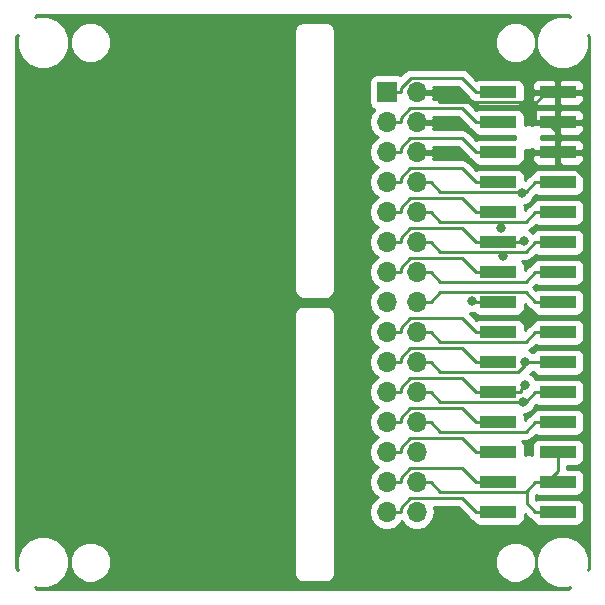
<source format=gbr>
G04 #@! TF.GenerationSoftware,KiCad,Pcbnew,5.0.2-bee76a0~70~ubuntu18.04.1*
G04 #@! TF.CreationDate,2019-06-01T14:58:20+09:00*
G04 #@! TF.ProjectId,top_pcb,746f705f-7063-4622-9e6b-696361645f70,rev?*
G04 #@! TF.SameCoordinates,Original*
G04 #@! TF.FileFunction,Copper,L1,Top*
G04 #@! TF.FilePolarity,Positive*
%FSLAX46Y46*%
G04 Gerber Fmt 4.6, Leading zero omitted, Abs format (unit mm)*
G04 Created by KiCad (PCBNEW 5.0.2-bee76a0~70~ubuntu18.04.1) date 2019年06月01日 14時58分20秒*
%MOMM*%
%LPD*%
G01*
G04 APERTURE LIST*
G04 #@! TA.AperFunction,SMDPad,CuDef*
%ADD10R,3.150000X1.000000*%
G04 #@! TD*
G04 #@! TA.AperFunction,ComponentPad*
%ADD11R,1.700000X1.700000*%
G04 #@! TD*
G04 #@! TA.AperFunction,ComponentPad*
%ADD12O,1.700000X1.700000*%
G04 #@! TD*
G04 #@! TA.AperFunction,ViaPad*
%ADD13C,0.800000*%
G04 #@! TD*
G04 #@! TA.AperFunction,Conductor*
%ADD14C,0.250000*%
G04 #@! TD*
G04 #@! TA.AperFunction,Conductor*
%ADD15C,0.254000*%
G04 #@! TD*
G04 APERTURE END LIST*
D10*
G04 #@! TO.P,J2,30*
G04 #@! TO.N,HPWR*
X146599000Y-92780000D03*
G04 #@! TO.P,J2,29*
G04 #@! TO.N,+BATT*
X141549000Y-92780000D03*
G04 #@! TO.P,J2,28*
G04 #@! TO.N,HPWR*
X146599000Y-90240000D03*
G04 #@! TO.P,J2,27*
G04 #@! TO.N,+5V*
X141549000Y-90240000D03*
G04 #@! TO.P,J2,26*
G04 #@! TO.N,HPWR*
X146599000Y-87700000D03*
G04 #@! TO.P,J2,25*
G04 #@! TO.N,G34*
X141549000Y-87700000D03*
G04 #@! TO.P,J2,24*
G04 #@! TO.N,G15*
X146599000Y-85160000D03*
G04 #@! TO.P,J2,23*
G04 #@! TO.N,G0*
X141549000Y-85160000D03*
G04 #@! TO.P,J2,22*
G04 #@! TO.N,G12*
X146599000Y-82620000D03*
G04 #@! TO.P,J2,21*
G04 #@! TO.N,G13*
X141549000Y-82620000D03*
G04 #@! TO.P,J2,20*
G04 #@! TO.N,G2*
X146599000Y-80080000D03*
G04 #@! TO.P,J2,19*
G04 #@! TO.N,G5*
X141549000Y-80080000D03*
G04 #@! TO.P,J2,18*
G04 #@! TO.N,G21*
X146599000Y-77540000D03*
G04 #@! TO.P,J2,17*
G04 #@! TO.N,G22*
X141549000Y-77540000D03*
G04 #@! TO.P,J2,16*
G04 #@! TO.N,G16*
X146599000Y-75000000D03*
G04 #@! TO.P,J2,15*
G04 #@! TO.N,G17*
X141549000Y-75000000D03*
G04 #@! TO.P,J2,14*
G04 #@! TO.N,G3*
X146599000Y-72460000D03*
G04 #@! TO.P,J2,13*
G04 #@! TO.N,G1*
X141549000Y-72460000D03*
G04 #@! TO.P,J2,12*
G04 #@! TO.N,G18*
X146599000Y-69920000D03*
G04 #@! TO.P,J2,11*
G04 #@! TO.N,+3V3*
X141549000Y-69920000D03*
G04 #@! TO.P,J2,10*
G04 #@! TO.N,G19*
X146599000Y-67380000D03*
G04 #@! TO.P,J2,9*
G04 #@! TO.N,G26*
X141549000Y-67380000D03*
G04 #@! TO.P,J2,8*
G04 #@! TO.N,G23*
X146599000Y-64840000D03*
G04 #@! TO.P,J2,7*
G04 #@! TO.N,G25*
X141549000Y-64840000D03*
G04 #@! TO.P,J2,6*
G04 #@! TO.N,GND*
X146599000Y-62300000D03*
G04 #@! TO.P,J2,5*
G04 #@! TO.N,RST*
X141549000Y-62300000D03*
G04 #@! TO.P,J2,4*
G04 #@! TO.N,GND*
X146599000Y-59760000D03*
G04 #@! TO.P,J2,3*
G04 #@! TO.N,G36*
X141549000Y-59760000D03*
G04 #@! TO.P,J2,2*
G04 #@! TO.N,GND*
X146599000Y-57220000D03*
G04 #@! TO.P,J2,1*
G04 #@! TO.N,G35*
X141549000Y-57220000D03*
G04 #@! TD*
D11*
G04 #@! TO.P,J3,1*
G04 #@! TO.N,G35*
X132105000Y-57220000D03*
D12*
G04 #@! TO.P,J3,2*
G04 #@! TO.N,GND*
X134645000Y-57220000D03*
G04 #@! TO.P,J3,3*
G04 #@! TO.N,G36*
X132105000Y-59760000D03*
G04 #@! TO.P,J3,4*
G04 #@! TO.N,GND*
X134645000Y-59760000D03*
G04 #@! TO.P,J3,5*
G04 #@! TO.N,RST*
X132105000Y-62300000D03*
G04 #@! TO.P,J3,6*
G04 #@! TO.N,GND*
X134645000Y-62300000D03*
G04 #@! TO.P,J3,7*
G04 #@! TO.N,G25*
X132105000Y-64840000D03*
G04 #@! TO.P,J3,8*
G04 #@! TO.N,G23*
X134645000Y-64840000D03*
G04 #@! TO.P,J3,9*
G04 #@! TO.N,G26*
X132105000Y-67380000D03*
G04 #@! TO.P,J3,10*
G04 #@! TO.N,G19*
X134645000Y-67380000D03*
G04 #@! TO.P,J3,11*
G04 #@! TO.N,+3V3*
X132105000Y-69920000D03*
G04 #@! TO.P,J3,12*
G04 #@! TO.N,G18*
X134645000Y-69920000D03*
G04 #@! TO.P,J3,13*
G04 #@! TO.N,G1*
X132105000Y-72460000D03*
G04 #@! TO.P,J3,14*
G04 #@! TO.N,G3*
X134645000Y-72460000D03*
G04 #@! TO.P,J3,15*
G04 #@! TO.N,G17*
X132105000Y-75000000D03*
G04 #@! TO.P,J3,16*
G04 #@! TO.N,G16*
X134645000Y-75000000D03*
G04 #@! TO.P,J3,17*
G04 #@! TO.N,G22*
X132105000Y-77540000D03*
G04 #@! TO.P,J3,18*
G04 #@! TO.N,G21*
X134645000Y-77540000D03*
G04 #@! TO.P,J3,19*
G04 #@! TO.N,G5*
X132105000Y-80080000D03*
G04 #@! TO.P,J3,20*
G04 #@! TO.N,G2*
X134645000Y-80080000D03*
G04 #@! TO.P,J3,21*
G04 #@! TO.N,G13*
X132105000Y-82620000D03*
G04 #@! TO.P,J3,22*
G04 #@! TO.N,G12*
X134645000Y-82620000D03*
G04 #@! TO.P,J3,23*
G04 #@! TO.N,G0*
X132105000Y-85160000D03*
G04 #@! TO.P,J3,24*
G04 #@! TO.N,G15*
X134645000Y-85160000D03*
G04 #@! TO.P,J3,25*
G04 #@! TO.N,G34*
X132105000Y-87700000D03*
G04 #@! TO.P,J3,26*
G04 #@! TO.N,HPWR*
X134645000Y-87700000D03*
G04 #@! TO.P,J3,27*
G04 #@! TO.N,+5V*
X132105000Y-90240000D03*
G04 #@! TO.P,J3,28*
G04 #@! TO.N,HPWR*
X134645000Y-90240000D03*
G04 #@! TO.P,J3,29*
G04 #@! TO.N,+BATT*
X132105000Y-92780000D03*
G04 #@! TO.P,J3,30*
G04 #@! TO.N,HPWR*
X134645000Y-92780000D03*
G04 #@! TD*
D13*
G04 #@! TO.N,GND*
X144602200Y-54825900D03*
X144703800Y-95529400D03*
G04 #@! TO.N,G23*
X143536000Y-65777200D03*
G04 #@! TO.N,G19*
X141792100Y-68751100D03*
G04 #@! TO.N,G18*
X141989200Y-71055400D03*
G04 #@! TO.N,G2*
X143838000Y-80080000D03*
G04 #@! TO.N,G12*
X143654500Y-83445300D03*
G04 #@! TO.N,G13*
X143808800Y-81993300D03*
G04 #@! TO.N,G17*
X139283400Y-74899800D03*
G04 #@! TO.N,+3V3*
X143726000Y-69861900D03*
G04 #@! TD*
D14*
G04 #@! TO.N,GND*
X134645000Y-57220000D02*
X135820300Y-57220000D01*
X144698700Y-58170200D02*
X144698700Y-59760000D01*
X145648900Y-57220000D02*
X144698700Y-58170200D01*
X135820300Y-57220000D02*
X136645700Y-58045400D01*
X136645700Y-58045400D02*
X144573900Y-58045400D01*
X144573900Y-58045400D02*
X144698700Y-58170200D01*
X145648900Y-59760000D02*
X146599000Y-60710100D01*
X146599000Y-60710100D02*
X146599000Y-62300000D01*
X145648900Y-59760000D02*
X144698700Y-59760000D01*
X146599000Y-59760000D02*
X145648900Y-59760000D01*
X146599000Y-57220000D02*
X145648900Y-57220000D01*
X144954900Y-54825900D02*
X144602200Y-54825900D01*
X146599000Y-57220000D02*
X146599000Y-56470000D01*
X146599000Y-56470000D02*
X144954900Y-54825900D01*
X146599000Y-63050000D02*
X147150600Y-63601600D01*
X146599000Y-62300000D02*
X146599000Y-63050000D01*
X148020602Y-63601600D02*
X148996400Y-64577398D01*
X147150600Y-63601600D02*
X148020602Y-63601600D01*
X148996400Y-93042602D02*
X149034500Y-93080702D01*
X148996400Y-64577398D02*
X148996400Y-93042602D01*
X149034500Y-93080702D02*
X149034500Y-93459300D01*
X149034500Y-93459300D02*
X147929600Y-94564200D01*
X147929600Y-94564200D02*
X145478500Y-94564200D01*
X145478500Y-94564200D02*
X144703800Y-95338900D01*
X144703800Y-95338900D02*
X144703800Y-95529400D01*
G04 #@! TO.N,G23*
X143536000Y-65665300D02*
X143536000Y-65777200D01*
X143536000Y-65665300D02*
X143873400Y-65665300D01*
X143873400Y-65665300D02*
X144698700Y-64840000D01*
X135820300Y-64840000D02*
X136645600Y-65665300D01*
X136645600Y-65665300D02*
X143536000Y-65665300D01*
X146599000Y-64840000D02*
X144698700Y-64840000D01*
X134645000Y-64840000D02*
X135820300Y-64840000D01*
G04 #@! TO.N,G19*
X141792100Y-68211100D02*
X143867600Y-68211100D01*
X143867600Y-68211100D02*
X144698700Y-67380000D01*
X135820300Y-67380000D02*
X136651400Y-68211100D01*
X136651400Y-68211100D02*
X141792100Y-68211100D01*
X141792100Y-68211100D02*
X141792100Y-68751100D01*
X134645000Y-67380000D02*
X135820300Y-67380000D01*
X146599000Y-67380000D02*
X144698700Y-67380000D01*
G04 #@! TO.N,G18*
X141989200Y-70745300D02*
X143873400Y-70745300D01*
X143873400Y-70745300D02*
X144698700Y-69920000D01*
X141989200Y-70745300D02*
X141989200Y-71055400D01*
X135820300Y-69920000D02*
X136645600Y-70745300D01*
X136645600Y-70745300D02*
X141989200Y-70745300D01*
X146599000Y-69920000D02*
X144698700Y-69920000D01*
X134645000Y-69920000D02*
X135820300Y-69920000D01*
G04 #@! TO.N,G3*
X146599000Y-72460000D02*
X144698700Y-72460000D01*
X134645000Y-72460000D02*
X135820300Y-72460000D01*
X135820300Y-72460000D02*
X136645600Y-73285300D01*
X136645600Y-73285300D02*
X143873400Y-73285300D01*
X143873400Y-73285300D02*
X144698700Y-72460000D01*
G04 #@! TO.N,G16*
X144698700Y-75000000D02*
X143873200Y-74174500D01*
X143873200Y-74174500D02*
X136645800Y-74174500D01*
X136645800Y-74174500D02*
X135820300Y-75000000D01*
X146599000Y-75000000D02*
X144698700Y-75000000D01*
X134645000Y-75000000D02*
X135820300Y-75000000D01*
G04 #@! TO.N,G21*
X146599000Y-77540000D02*
X144698700Y-77540000D01*
X134645000Y-77540000D02*
X135820300Y-77540000D01*
X135820300Y-77540000D02*
X136645600Y-78365300D01*
X136645600Y-78365300D02*
X143873400Y-78365300D01*
X143873400Y-78365300D02*
X144698700Y-77540000D01*
G04 #@! TO.N,G2*
X135820300Y-80080000D02*
X136651400Y-80911100D01*
X136651400Y-80911100D02*
X143259100Y-80911100D01*
X143259100Y-80911100D02*
X143838000Y-80332200D01*
X143838000Y-80332200D02*
X143838000Y-80080000D01*
X146599000Y-80080000D02*
X143838000Y-80080000D01*
X134645000Y-80080000D02*
X135820300Y-80080000D01*
G04 #@! TO.N,G12*
X143654500Y-83445300D02*
X143873400Y-83445300D01*
X143873400Y-83445300D02*
X144698700Y-82620000D01*
X135820300Y-82620000D02*
X136645600Y-83445300D01*
X136645600Y-83445300D02*
X143654500Y-83445300D01*
X146599000Y-82620000D02*
X144698700Y-82620000D01*
X134645000Y-82620000D02*
X135820300Y-82620000D01*
G04 #@! TO.N,G15*
X146599000Y-85160000D02*
X144698700Y-85160000D01*
X134645000Y-85160000D02*
X135820300Y-85160000D01*
X135820300Y-85160000D02*
X136645600Y-85985300D01*
X136645600Y-85985300D02*
X143873400Y-85985300D01*
X143873400Y-85985300D02*
X144698700Y-85160000D01*
G04 #@! TO.N,HPWR*
X145648900Y-90240000D02*
X146599000Y-89289900D01*
X146599000Y-89289900D02*
X146599000Y-87700000D01*
X145648900Y-90240000D02*
X144698700Y-90240000D01*
X146599000Y-90240000D02*
X145648900Y-90240000D01*
X143961400Y-91065400D02*
X143961400Y-90977300D01*
X143961400Y-90977300D02*
X144698700Y-90240000D01*
X144698700Y-92780000D02*
X143961400Y-92042700D01*
X143961400Y-92042700D02*
X143961400Y-91065400D01*
X135820300Y-90240000D02*
X136645700Y-91065400D01*
X136645700Y-91065400D02*
X143961400Y-91065400D01*
X146599000Y-92780000D02*
X144698700Y-92780000D01*
X134645000Y-90240000D02*
X135820300Y-90240000D01*
G04 #@! TO.N,+BATT*
X141549000Y-92780000D02*
X139648700Y-92780000D01*
X132105000Y-92780000D02*
X133280300Y-92780000D01*
X133280300Y-92780000D02*
X133280300Y-92412700D01*
X133280300Y-92412700D02*
X134098200Y-91594800D01*
X134098200Y-91594800D02*
X138463500Y-91594800D01*
X138463500Y-91594800D02*
X139648700Y-92780000D01*
G04 #@! TO.N,+5V*
X133280300Y-90240000D02*
X133280300Y-89872700D01*
X133280300Y-89872700D02*
X134106200Y-89046800D01*
X134106200Y-89046800D02*
X138455500Y-89046800D01*
X138455500Y-89046800D02*
X139648700Y-90240000D01*
X141549000Y-90240000D02*
X139648700Y-90240000D01*
X132105000Y-90240000D02*
X133280300Y-90240000D01*
G04 #@! TO.N,G34*
X141549000Y-87700000D02*
X139648700Y-87700000D01*
X132105000Y-87700000D02*
X133280300Y-87700000D01*
X133280300Y-87700000D02*
X133280300Y-87332700D01*
X133280300Y-87332700D02*
X134091400Y-86521600D01*
X134091400Y-86521600D02*
X138470300Y-86521600D01*
X138470300Y-86521600D02*
X139648700Y-87700000D01*
G04 #@! TO.N,G0*
X141549000Y-85160000D02*
X139648700Y-85160000D01*
X132105000Y-85160000D02*
X133280300Y-85160000D01*
X133280300Y-85160000D02*
X133280300Y-84792700D01*
X133280300Y-84792700D02*
X134098300Y-83974700D01*
X134098300Y-83974700D02*
X138463400Y-83974700D01*
X138463400Y-83974700D02*
X139648700Y-85160000D01*
G04 #@! TO.N,G13*
X143449300Y-82620000D02*
X143449300Y-82352800D01*
X143449300Y-82352800D02*
X143808800Y-81993300D01*
X141549000Y-82620000D02*
X139648700Y-82620000D01*
X132105000Y-82620000D02*
X133280300Y-82620000D01*
X133280300Y-82620000D02*
X133280300Y-82252700D01*
X133280300Y-82252700D02*
X134092800Y-81440200D01*
X134092800Y-81440200D02*
X138468900Y-81440200D01*
X138468900Y-81440200D02*
X139648700Y-82620000D01*
X141549000Y-82620000D02*
X143449300Y-82620000D01*
G04 #@! TO.N,G5*
X141549000Y-80080000D02*
X139648700Y-80080000D01*
X132105000Y-80080000D02*
X133280300Y-80080000D01*
X133280300Y-80080000D02*
X133280300Y-79712700D01*
X133280300Y-79712700D02*
X134098300Y-78894700D01*
X134098300Y-78894700D02*
X138463400Y-78894700D01*
X138463400Y-78894700D02*
X139648700Y-80080000D01*
G04 #@! TO.N,G22*
X141549000Y-77540000D02*
X139648700Y-77540000D01*
X132105000Y-77540000D02*
X133280300Y-77540000D01*
X133280300Y-77540000D02*
X133280300Y-77172700D01*
X133280300Y-77172700D02*
X134093900Y-76359100D01*
X134093900Y-76359100D02*
X138467800Y-76359100D01*
X138467800Y-76359100D02*
X139648700Y-77540000D01*
G04 #@! TO.N,G17*
X141549000Y-75000000D02*
X139648700Y-75000000D01*
X139283400Y-74899800D02*
X139548500Y-74899800D01*
X139548500Y-74899800D02*
X139648700Y-75000000D01*
G04 #@! TO.N,G1*
X141549000Y-72460000D02*
X139648700Y-72460000D01*
X132105000Y-72460000D02*
X133280300Y-72460000D01*
X133280300Y-72460000D02*
X133280300Y-72092700D01*
X133280300Y-72092700D02*
X134104200Y-71268800D01*
X134104200Y-71268800D02*
X138457500Y-71268800D01*
X138457500Y-71268800D02*
X139648700Y-72460000D01*
G04 #@! TO.N,G26*
X141549000Y-67380000D02*
X139648700Y-67380000D01*
X132105000Y-67380000D02*
X133280300Y-67380000D01*
X133280300Y-67380000D02*
X133280300Y-67012700D01*
X133280300Y-67012700D02*
X134098300Y-66194700D01*
X134098300Y-66194700D02*
X138463400Y-66194700D01*
X138463400Y-66194700D02*
X139648700Y-67380000D01*
G04 #@! TO.N,G25*
X132105000Y-64840000D02*
X133280300Y-64840000D01*
X141549000Y-64840000D02*
X139648700Y-64840000D01*
X133280300Y-64840000D02*
X133280300Y-64472700D01*
X133280300Y-64472700D02*
X134106200Y-63646800D01*
X134106200Y-63646800D02*
X138455500Y-63646800D01*
X138455500Y-63646800D02*
X139648700Y-64840000D01*
G04 #@! TO.N,RST*
X141549000Y-62300000D02*
X139648700Y-62300000D01*
X132105000Y-62300000D02*
X133280300Y-62300000D01*
X133280300Y-62300000D02*
X133280300Y-61932700D01*
X133280300Y-61932700D02*
X134103600Y-61109400D01*
X134103600Y-61109400D02*
X138458100Y-61109400D01*
X138458100Y-61109400D02*
X139648700Y-62300000D01*
G04 #@! TO.N,G36*
X133280300Y-59760000D02*
X133280300Y-59392700D01*
X133280300Y-59392700D02*
X134103600Y-58569400D01*
X134103600Y-58569400D02*
X138458100Y-58569400D01*
X138458100Y-58569400D02*
X139648700Y-59760000D01*
X141549000Y-59760000D02*
X139648700Y-59760000D01*
X132105000Y-59760000D02*
X133280300Y-59760000D01*
G04 #@! TO.N,G35*
X141549000Y-57220000D02*
X139648700Y-57220000D01*
X132105000Y-57220000D02*
X133280300Y-57220000D01*
X133280300Y-57220000D02*
X133280300Y-56852700D01*
X133280300Y-56852700D02*
X134122200Y-56010800D01*
X134122200Y-56010800D02*
X138439500Y-56010800D01*
X138439500Y-56010800D02*
X139648700Y-57220000D01*
G04 #@! TO.N,+3V3*
X143726000Y-69861900D02*
X143507400Y-69861900D01*
X143507400Y-69861900D02*
X143449300Y-69920000D01*
X141549000Y-69920000D02*
X143449300Y-69920000D01*
X141549000Y-69920000D02*
X139648700Y-69920000D01*
X132105000Y-69920000D02*
X133280300Y-69920000D01*
X133280300Y-69920000D02*
X133280300Y-69552700D01*
X133280300Y-69552700D02*
X134092800Y-68740200D01*
X134092800Y-68740200D02*
X138468900Y-68740200D01*
X138468900Y-68740200D02*
X139648700Y-69920000D01*
G04 #@! TD*
D15*
G04 #@! TO.N,GND*
G36*
X147643175Y-50847265D02*
X147444569Y-50765000D01*
X146555431Y-50765000D01*
X145733974Y-51105259D01*
X145105259Y-51733974D01*
X144765000Y-52555431D01*
X144765000Y-53444569D01*
X145105259Y-54266026D01*
X145733974Y-54894741D01*
X146555431Y-55235000D01*
X147444569Y-55235000D01*
X148266026Y-54894741D01*
X148894741Y-54266026D01*
X149235000Y-53444569D01*
X149235000Y-52555431D01*
X149152736Y-52356827D01*
X149265000Y-52469092D01*
X149265001Y-97530907D01*
X149152736Y-97643173D01*
X149235000Y-97444569D01*
X149235000Y-96555431D01*
X148894741Y-95733974D01*
X148266026Y-95105259D01*
X147444569Y-94765000D01*
X146555431Y-94765000D01*
X145733974Y-95105259D01*
X145105259Y-95733974D01*
X144765000Y-96555431D01*
X144765000Y-97444569D01*
X145105259Y-98266026D01*
X145733974Y-98894741D01*
X146555431Y-99235000D01*
X147444569Y-99235000D01*
X147643175Y-99152735D01*
X147505910Y-99290000D01*
X102494092Y-99290000D01*
X102356827Y-99152736D01*
X102555431Y-99235000D01*
X103444569Y-99235000D01*
X104266026Y-98894741D01*
X104894741Y-98266026D01*
X105235000Y-97444569D01*
X105235000Y-96654887D01*
X105265000Y-96654887D01*
X105265000Y-97345113D01*
X105529138Y-97982799D01*
X106017201Y-98470862D01*
X106654887Y-98735000D01*
X107345113Y-98735000D01*
X107982799Y-98470862D01*
X108470862Y-97982799D01*
X108735000Y-97345113D01*
X108735000Y-96654887D01*
X108470862Y-96017201D01*
X107982799Y-95529138D01*
X107345113Y-95265000D01*
X106654887Y-95265000D01*
X106017201Y-95529138D01*
X105529138Y-96017201D01*
X105265000Y-96654887D01*
X105235000Y-96654887D01*
X105235000Y-96555431D01*
X104894741Y-95733974D01*
X104266026Y-95105259D01*
X103444569Y-94765000D01*
X102555431Y-94765000D01*
X101733974Y-95105259D01*
X101105259Y-95733974D01*
X100765000Y-96555431D01*
X100765000Y-97444569D01*
X100847265Y-97643175D01*
X100710000Y-97505910D01*
X100710000Y-76000000D01*
X124276091Y-76000000D01*
X124290000Y-76069926D01*
X124290001Y-97930069D01*
X124276091Y-98000000D01*
X124331195Y-98277028D01*
X124488119Y-98511881D01*
X124722972Y-98668805D01*
X124930074Y-98710000D01*
X124930075Y-98710000D01*
X125000000Y-98723909D01*
X125069926Y-98710000D01*
X126930074Y-98710000D01*
X127000000Y-98723909D01*
X127069925Y-98710000D01*
X127069926Y-98710000D01*
X127277028Y-98668805D01*
X127511881Y-98511881D01*
X127668805Y-98277028D01*
X127708587Y-98077028D01*
X127710000Y-98069926D01*
X127710000Y-98069925D01*
X127723909Y-98000000D01*
X127710000Y-97930074D01*
X127710000Y-96654887D01*
X141265000Y-96654887D01*
X141265000Y-97345113D01*
X141529138Y-97982799D01*
X142017201Y-98470862D01*
X142654887Y-98735000D01*
X143345113Y-98735000D01*
X143982799Y-98470862D01*
X144470862Y-97982799D01*
X144735000Y-97345113D01*
X144735000Y-96654887D01*
X144470862Y-96017201D01*
X143982799Y-95529138D01*
X143345113Y-95265000D01*
X142654887Y-95265000D01*
X142017201Y-95529138D01*
X141529138Y-96017201D01*
X141265000Y-96654887D01*
X127710000Y-96654887D01*
X127710000Y-76069926D01*
X127723909Y-76000000D01*
X127668805Y-75722972D01*
X127511881Y-75488119D01*
X127277028Y-75331195D01*
X127069926Y-75290000D01*
X127000000Y-75276091D01*
X126930075Y-75290000D01*
X125069925Y-75290000D01*
X125000000Y-75276091D01*
X124930074Y-75290000D01*
X124722972Y-75331195D01*
X124488119Y-75488119D01*
X124331195Y-75722972D01*
X124276091Y-76000000D01*
X100710000Y-76000000D01*
X100710000Y-52494090D01*
X100847265Y-52356825D01*
X100765000Y-52555431D01*
X100765000Y-53444569D01*
X101105259Y-54266026D01*
X101733974Y-54894741D01*
X102555431Y-55235000D01*
X103444569Y-55235000D01*
X104266026Y-54894741D01*
X104894741Y-54266026D01*
X105235000Y-53444569D01*
X105235000Y-52654887D01*
X105265000Y-52654887D01*
X105265000Y-53345113D01*
X105529138Y-53982799D01*
X106017201Y-54470862D01*
X106654887Y-54735000D01*
X107345113Y-54735000D01*
X107982799Y-54470862D01*
X108470862Y-53982799D01*
X108735000Y-53345113D01*
X108735000Y-52654887D01*
X108470862Y-52017201D01*
X108453661Y-52000000D01*
X124276091Y-52000000D01*
X124290000Y-52069926D01*
X124290001Y-73930069D01*
X124276091Y-74000000D01*
X124331195Y-74277028D01*
X124488119Y-74511881D01*
X124722972Y-74668805D01*
X124930074Y-74710000D01*
X124930075Y-74710000D01*
X125000000Y-74723909D01*
X125069926Y-74710000D01*
X126930074Y-74710000D01*
X127000000Y-74723909D01*
X127069925Y-74710000D01*
X127069926Y-74710000D01*
X127277028Y-74668805D01*
X127511881Y-74511881D01*
X127668805Y-74277028D01*
X127723909Y-74000000D01*
X127710000Y-73930074D01*
X127710000Y-59760000D01*
X130590908Y-59760000D01*
X130706161Y-60339418D01*
X131034375Y-60830625D01*
X131332761Y-61030000D01*
X131034375Y-61229375D01*
X130706161Y-61720582D01*
X130590908Y-62300000D01*
X130706161Y-62879418D01*
X131034375Y-63370625D01*
X131332761Y-63570000D01*
X131034375Y-63769375D01*
X130706161Y-64260582D01*
X130590908Y-64840000D01*
X130706161Y-65419418D01*
X131034375Y-65910625D01*
X131332761Y-66110000D01*
X131034375Y-66309375D01*
X130706161Y-66800582D01*
X130590908Y-67380000D01*
X130706161Y-67959418D01*
X131034375Y-68450625D01*
X131332761Y-68650000D01*
X131034375Y-68849375D01*
X130706161Y-69340582D01*
X130590908Y-69920000D01*
X130706161Y-70499418D01*
X131034375Y-70990625D01*
X131332761Y-71190000D01*
X131034375Y-71389375D01*
X130706161Y-71880582D01*
X130590908Y-72460000D01*
X130706161Y-73039418D01*
X131034375Y-73530625D01*
X131332761Y-73730000D01*
X131034375Y-73929375D01*
X130706161Y-74420582D01*
X130590908Y-75000000D01*
X130706161Y-75579418D01*
X131034375Y-76070625D01*
X131332761Y-76270000D01*
X131034375Y-76469375D01*
X130706161Y-76960582D01*
X130590908Y-77540000D01*
X130706161Y-78119418D01*
X131034375Y-78610625D01*
X131332761Y-78810000D01*
X131034375Y-79009375D01*
X130706161Y-79500582D01*
X130590908Y-80080000D01*
X130706161Y-80659418D01*
X131034375Y-81150625D01*
X131332761Y-81350000D01*
X131034375Y-81549375D01*
X130706161Y-82040582D01*
X130590908Y-82620000D01*
X130706161Y-83199418D01*
X131034375Y-83690625D01*
X131332761Y-83890000D01*
X131034375Y-84089375D01*
X130706161Y-84580582D01*
X130590908Y-85160000D01*
X130706161Y-85739418D01*
X131034375Y-86230625D01*
X131332761Y-86430000D01*
X131034375Y-86629375D01*
X130706161Y-87120582D01*
X130590908Y-87700000D01*
X130706161Y-88279418D01*
X131034375Y-88770625D01*
X131332761Y-88970000D01*
X131034375Y-89169375D01*
X130706161Y-89660582D01*
X130590908Y-90240000D01*
X130706161Y-90819418D01*
X131034375Y-91310625D01*
X131332761Y-91510000D01*
X131034375Y-91709375D01*
X130706161Y-92200582D01*
X130590908Y-92780000D01*
X130706161Y-93359418D01*
X131034375Y-93850625D01*
X131525582Y-94178839D01*
X131958744Y-94265000D01*
X132251256Y-94265000D01*
X132684418Y-94178839D01*
X133175625Y-93850625D01*
X133375000Y-93552239D01*
X133574375Y-93850625D01*
X134065582Y-94178839D01*
X134498744Y-94265000D01*
X134791256Y-94265000D01*
X135224418Y-94178839D01*
X135715625Y-93850625D01*
X136043839Y-93359418D01*
X136159092Y-92780000D01*
X136074515Y-92354800D01*
X138148699Y-92354800D01*
X139058371Y-93264473D01*
X139100771Y-93327929D01*
X139352163Y-93495904D01*
X139370220Y-93499496D01*
X139375843Y-93527765D01*
X139516191Y-93737809D01*
X139726235Y-93878157D01*
X139974000Y-93927440D01*
X143124000Y-93927440D01*
X143371765Y-93878157D01*
X143581809Y-93737809D01*
X143722157Y-93527765D01*
X143771440Y-93280000D01*
X143771440Y-92927541D01*
X144108371Y-93264473D01*
X144150771Y-93327929D01*
X144214227Y-93370329D01*
X144402162Y-93495904D01*
X144420220Y-93499496D01*
X144425843Y-93527765D01*
X144566191Y-93737809D01*
X144776235Y-93878157D01*
X145024000Y-93927440D01*
X148174000Y-93927440D01*
X148421765Y-93878157D01*
X148631809Y-93737809D01*
X148772157Y-93527765D01*
X148821440Y-93280000D01*
X148821440Y-92280000D01*
X148772157Y-92032235D01*
X148631809Y-91822191D01*
X148421765Y-91681843D01*
X148174000Y-91632560D01*
X145024000Y-91632560D01*
X144776235Y-91681843D01*
X144721400Y-91718483D01*
X144721400Y-91301517D01*
X144776235Y-91338157D01*
X145024000Y-91387440D01*
X148174000Y-91387440D01*
X148421765Y-91338157D01*
X148631809Y-91197809D01*
X148772157Y-90987765D01*
X148821440Y-90740000D01*
X148821440Y-89740000D01*
X148772157Y-89492235D01*
X148631809Y-89282191D01*
X148421765Y-89141843D01*
X148174000Y-89092560D01*
X147359000Y-89092560D01*
X147359000Y-88847440D01*
X148174000Y-88847440D01*
X148421765Y-88798157D01*
X148631809Y-88657809D01*
X148772157Y-88447765D01*
X148821440Y-88200000D01*
X148821440Y-87200000D01*
X148772157Y-86952235D01*
X148631809Y-86742191D01*
X148421765Y-86601843D01*
X148174000Y-86552560D01*
X145024000Y-86552560D01*
X144776235Y-86601843D01*
X144566191Y-86742191D01*
X144425843Y-86952235D01*
X144376560Y-87200000D01*
X144376560Y-87920929D01*
X144289820Y-87885000D01*
X143858180Y-87885000D01*
X143771440Y-87920929D01*
X143771440Y-87200000D01*
X143722157Y-86952235D01*
X143583886Y-86745300D01*
X143798553Y-86745300D01*
X143873400Y-86760188D01*
X143948247Y-86745300D01*
X143948252Y-86745300D01*
X144169937Y-86701204D01*
X144421329Y-86533229D01*
X144463731Y-86469771D01*
X144715756Y-86217746D01*
X144776235Y-86258157D01*
X145024000Y-86307440D01*
X148174000Y-86307440D01*
X148421765Y-86258157D01*
X148631809Y-86117809D01*
X148772157Y-85907765D01*
X148821440Y-85660000D01*
X148821440Y-84660000D01*
X148772157Y-84412235D01*
X148631809Y-84202191D01*
X148421765Y-84061843D01*
X148174000Y-84012560D01*
X145024000Y-84012560D01*
X144776235Y-84061843D01*
X144566191Y-84202191D01*
X144425843Y-84412235D01*
X144420220Y-84440504D01*
X144402163Y-84444096D01*
X144379599Y-84459173D01*
X144214226Y-84569671D01*
X144214224Y-84569673D01*
X144150771Y-84612071D01*
X144108373Y-84675525D01*
X143771440Y-85012458D01*
X143771440Y-84660000D01*
X143735696Y-84480300D01*
X143860374Y-84480300D01*
X144240780Y-84322731D01*
X144531931Y-84031580D01*
X144652145Y-83741356D01*
X144715756Y-83677746D01*
X144776235Y-83718157D01*
X145024000Y-83767440D01*
X148174000Y-83767440D01*
X148421765Y-83718157D01*
X148631809Y-83577809D01*
X148772157Y-83367765D01*
X148821440Y-83120000D01*
X148821440Y-82120000D01*
X148772157Y-81872235D01*
X148631809Y-81662191D01*
X148421765Y-81521843D01*
X148174000Y-81472560D01*
X145024000Y-81472560D01*
X144776235Y-81521843D01*
X144742993Y-81544055D01*
X144686231Y-81407020D01*
X144395080Y-81115869D01*
X144218428Y-81042698D01*
X144424280Y-80957431D01*
X144477154Y-80904557D01*
X144566191Y-81037809D01*
X144776235Y-81178157D01*
X145024000Y-81227440D01*
X148174000Y-81227440D01*
X148421765Y-81178157D01*
X148631809Y-81037809D01*
X148772157Y-80827765D01*
X148821440Y-80580000D01*
X148821440Y-79580000D01*
X148772157Y-79332235D01*
X148631809Y-79122191D01*
X148421765Y-78981843D01*
X148174000Y-78932560D01*
X145024000Y-78932560D01*
X144776235Y-78981843D01*
X144566191Y-79122191D01*
X144477154Y-79255443D01*
X144424280Y-79202569D01*
X144143820Y-79086399D01*
X144169937Y-79081204D01*
X144421329Y-78913229D01*
X144463731Y-78849771D01*
X144715756Y-78597746D01*
X144776235Y-78638157D01*
X145024000Y-78687440D01*
X148174000Y-78687440D01*
X148421765Y-78638157D01*
X148631809Y-78497809D01*
X148772157Y-78287765D01*
X148821440Y-78040000D01*
X148821440Y-77040000D01*
X148772157Y-76792235D01*
X148631809Y-76582191D01*
X148421765Y-76441843D01*
X148174000Y-76392560D01*
X145024000Y-76392560D01*
X144776235Y-76441843D01*
X144566191Y-76582191D01*
X144425843Y-76792235D01*
X144420220Y-76820504D01*
X144402163Y-76824096D01*
X144402161Y-76824097D01*
X144402162Y-76824097D01*
X144214226Y-76949671D01*
X144214224Y-76949673D01*
X144150771Y-76992071D01*
X144108373Y-77055525D01*
X143771440Y-77392458D01*
X143771440Y-77040000D01*
X143722157Y-76792235D01*
X143581809Y-76582191D01*
X143371765Y-76441843D01*
X143124000Y-76392560D01*
X139974000Y-76392560D01*
X139726235Y-76441843D01*
X139665756Y-76482254D01*
X139118301Y-75934800D01*
X139489274Y-75934800D01*
X139498315Y-75931055D01*
X139516191Y-75957809D01*
X139726235Y-76098157D01*
X139974000Y-76147440D01*
X143124000Y-76147440D01*
X143371765Y-76098157D01*
X143581809Y-75957809D01*
X143722157Y-75747765D01*
X143771440Y-75500000D01*
X143771440Y-75147542D01*
X144108373Y-75484475D01*
X144150771Y-75547929D01*
X144214224Y-75590327D01*
X144214226Y-75590329D01*
X144339602Y-75674102D01*
X144402163Y-75715904D01*
X144420220Y-75719496D01*
X144425843Y-75747765D01*
X144566191Y-75957809D01*
X144776235Y-76098157D01*
X145024000Y-76147440D01*
X148174000Y-76147440D01*
X148421765Y-76098157D01*
X148631809Y-75957809D01*
X148772157Y-75747765D01*
X148821440Y-75500000D01*
X148821440Y-74500000D01*
X148772157Y-74252235D01*
X148631809Y-74042191D01*
X148421765Y-73901843D01*
X148174000Y-73852560D01*
X145024000Y-73852560D01*
X144776235Y-73901843D01*
X144715756Y-73942254D01*
X144503501Y-73730000D01*
X144715756Y-73517746D01*
X144776235Y-73558157D01*
X145024000Y-73607440D01*
X148174000Y-73607440D01*
X148421765Y-73558157D01*
X148631809Y-73417809D01*
X148772157Y-73207765D01*
X148821440Y-72960000D01*
X148821440Y-71960000D01*
X148772157Y-71712235D01*
X148631809Y-71502191D01*
X148421765Y-71361843D01*
X148174000Y-71312560D01*
X145024000Y-71312560D01*
X144776235Y-71361843D01*
X144566191Y-71502191D01*
X144425843Y-71712235D01*
X144420220Y-71740504D01*
X144402163Y-71744096D01*
X144339602Y-71785898D01*
X144214226Y-71869671D01*
X144214224Y-71869673D01*
X144150771Y-71912071D01*
X144108373Y-71975525D01*
X143771440Y-72312458D01*
X143771440Y-71960000D01*
X143722157Y-71712235D01*
X143583886Y-71505300D01*
X143798553Y-71505300D01*
X143873400Y-71520188D01*
X143948247Y-71505300D01*
X143948252Y-71505300D01*
X144169937Y-71461204D01*
X144421329Y-71293229D01*
X144463731Y-71229771D01*
X144715756Y-70977746D01*
X144776235Y-71018157D01*
X145024000Y-71067440D01*
X148174000Y-71067440D01*
X148421765Y-71018157D01*
X148631809Y-70877809D01*
X148772157Y-70667765D01*
X148821440Y-70420000D01*
X148821440Y-69420000D01*
X148772157Y-69172235D01*
X148631809Y-68962191D01*
X148421765Y-68821843D01*
X148174000Y-68772560D01*
X145024000Y-68772560D01*
X144776235Y-68821843D01*
X144566191Y-68962191D01*
X144455565Y-69127754D01*
X144312280Y-68984469D01*
X144167738Y-68924598D01*
X144415529Y-68759029D01*
X144457931Y-68695570D01*
X144715756Y-68437746D01*
X144776235Y-68478157D01*
X145024000Y-68527440D01*
X148174000Y-68527440D01*
X148421765Y-68478157D01*
X148631809Y-68337809D01*
X148772157Y-68127765D01*
X148821440Y-67880000D01*
X148821440Y-66880000D01*
X148772157Y-66632235D01*
X148631809Y-66422191D01*
X148421765Y-66281843D01*
X148174000Y-66232560D01*
X145024000Y-66232560D01*
X144776235Y-66281843D01*
X144566191Y-66422191D01*
X144425843Y-66632235D01*
X144420220Y-66660504D01*
X144402163Y-66664096D01*
X144150771Y-66832071D01*
X144108372Y-66895526D01*
X143771440Y-67232458D01*
X143771440Y-66880000D01*
X143756730Y-66806047D01*
X144122280Y-66654631D01*
X144413431Y-66363480D01*
X144528979Y-66084523D01*
X144715756Y-65897746D01*
X144776235Y-65938157D01*
X145024000Y-65987440D01*
X148174000Y-65987440D01*
X148421765Y-65938157D01*
X148631809Y-65797809D01*
X148772157Y-65587765D01*
X148821440Y-65340000D01*
X148821440Y-64340000D01*
X148772157Y-64092235D01*
X148631809Y-63882191D01*
X148421765Y-63741843D01*
X148174000Y-63692560D01*
X145024000Y-63692560D01*
X144776235Y-63741843D01*
X144566191Y-63882191D01*
X144425843Y-64092235D01*
X144420220Y-64120504D01*
X144402163Y-64124096D01*
X144391422Y-64131273D01*
X144214226Y-64249671D01*
X144214224Y-64249673D01*
X144150771Y-64292071D01*
X144108373Y-64355525D01*
X143771440Y-64692458D01*
X143771440Y-64340000D01*
X143722157Y-64092235D01*
X143581809Y-63882191D01*
X143371765Y-63741843D01*
X143124000Y-63692560D01*
X139974000Y-63692560D01*
X139726235Y-63741843D01*
X139665756Y-63782254D01*
X139045831Y-63162330D01*
X139003429Y-63098871D01*
X138752037Y-62930896D01*
X138530352Y-62886800D01*
X138530347Y-62886800D01*
X138455500Y-62871912D01*
X138380653Y-62886800D01*
X135991250Y-62886800D01*
X136086476Y-62656890D01*
X135965155Y-62427000D01*
X134772000Y-62427000D01*
X134772000Y-62447000D01*
X134518000Y-62447000D01*
X134518000Y-62427000D01*
X134498000Y-62427000D01*
X134498000Y-62173000D01*
X134518000Y-62173000D01*
X134518000Y-62153000D01*
X134772000Y-62153000D01*
X134772000Y-62173000D01*
X135965155Y-62173000D01*
X136086476Y-61943110D01*
X136055946Y-61869400D01*
X138143299Y-61869400D01*
X139058371Y-62784473D01*
X139100771Y-62847929D01*
X139164227Y-62890329D01*
X139352162Y-63015904D01*
X139370220Y-63019496D01*
X139375843Y-63047765D01*
X139516191Y-63257809D01*
X139726235Y-63398157D01*
X139974000Y-63447440D01*
X143124000Y-63447440D01*
X143371765Y-63398157D01*
X143581809Y-63257809D01*
X143722157Y-63047765D01*
X143771440Y-62800000D01*
X143771440Y-62585750D01*
X144389000Y-62585750D01*
X144389000Y-62926310D01*
X144485673Y-63159699D01*
X144664302Y-63338327D01*
X144897691Y-63435000D01*
X146313250Y-63435000D01*
X146472000Y-63276250D01*
X146472000Y-62427000D01*
X146726000Y-62427000D01*
X146726000Y-63276250D01*
X146884750Y-63435000D01*
X148300309Y-63435000D01*
X148533698Y-63338327D01*
X148712327Y-63159699D01*
X148809000Y-62926310D01*
X148809000Y-62585750D01*
X148650250Y-62427000D01*
X146726000Y-62427000D01*
X146472000Y-62427000D01*
X144547750Y-62427000D01*
X144389000Y-62585750D01*
X143771440Y-62585750D01*
X143771440Y-62079071D01*
X143858180Y-62115000D01*
X144289820Y-62115000D01*
X144431192Y-62056442D01*
X144547750Y-62173000D01*
X146472000Y-62173000D01*
X146472000Y-61323750D01*
X146726000Y-61323750D01*
X146726000Y-62173000D01*
X148650250Y-62173000D01*
X148809000Y-62014250D01*
X148809000Y-61673690D01*
X148712327Y-61440301D01*
X148533698Y-61261673D01*
X148300309Y-61165000D01*
X146884750Y-61165000D01*
X146726000Y-61323750D01*
X146472000Y-61323750D01*
X146313250Y-61165000D01*
X145159000Y-61165000D01*
X145159000Y-60895000D01*
X146313250Y-60895000D01*
X146472000Y-60736250D01*
X146472000Y-59887000D01*
X146726000Y-59887000D01*
X146726000Y-60736250D01*
X146884750Y-60895000D01*
X148300309Y-60895000D01*
X148533698Y-60798327D01*
X148712327Y-60619699D01*
X148809000Y-60386310D01*
X148809000Y-60045750D01*
X148650250Y-59887000D01*
X146726000Y-59887000D01*
X146472000Y-59887000D01*
X144547750Y-59887000D01*
X144431192Y-60003558D01*
X144289820Y-59945000D01*
X143858180Y-59945000D01*
X143771440Y-59980929D01*
X143771440Y-59260000D01*
X143746316Y-59133690D01*
X144389000Y-59133690D01*
X144389000Y-59474250D01*
X144547750Y-59633000D01*
X146472000Y-59633000D01*
X146472000Y-58783750D01*
X146726000Y-58783750D01*
X146726000Y-59633000D01*
X148650250Y-59633000D01*
X148809000Y-59474250D01*
X148809000Y-59133690D01*
X148712327Y-58900301D01*
X148533698Y-58721673D01*
X148300309Y-58625000D01*
X146884750Y-58625000D01*
X146726000Y-58783750D01*
X146472000Y-58783750D01*
X146313250Y-58625000D01*
X144897691Y-58625000D01*
X144664302Y-58721673D01*
X144485673Y-58900301D01*
X144389000Y-59133690D01*
X143746316Y-59133690D01*
X143722157Y-59012235D01*
X143581809Y-58802191D01*
X143371765Y-58661843D01*
X143124000Y-58612560D01*
X139974000Y-58612560D01*
X139726235Y-58661843D01*
X139665756Y-58702254D01*
X139048431Y-58084930D01*
X139006029Y-58021471D01*
X138754637Y-57853496D01*
X138532952Y-57809400D01*
X138532947Y-57809400D01*
X138458100Y-57794512D01*
X138383253Y-57809400D01*
X135990173Y-57809400D01*
X136086476Y-57576890D01*
X135965155Y-57347000D01*
X134772000Y-57347000D01*
X134772000Y-57367000D01*
X134518000Y-57367000D01*
X134518000Y-57347000D01*
X134498000Y-57347000D01*
X134498000Y-57093000D01*
X134518000Y-57093000D01*
X134518000Y-57073000D01*
X134772000Y-57073000D01*
X134772000Y-57093000D01*
X135965155Y-57093000D01*
X136086476Y-56863110D01*
X136048242Y-56770800D01*
X138124699Y-56770800D01*
X139058371Y-57704473D01*
X139100771Y-57767929D01*
X139352163Y-57935904D01*
X139370220Y-57939496D01*
X139375843Y-57967765D01*
X139516191Y-58177809D01*
X139726235Y-58318157D01*
X139974000Y-58367440D01*
X143124000Y-58367440D01*
X143371765Y-58318157D01*
X143581809Y-58177809D01*
X143722157Y-57967765D01*
X143771440Y-57720000D01*
X143771440Y-57505750D01*
X144389000Y-57505750D01*
X144389000Y-57846310D01*
X144485673Y-58079699D01*
X144664302Y-58258327D01*
X144897691Y-58355000D01*
X146313250Y-58355000D01*
X146472000Y-58196250D01*
X146472000Y-57347000D01*
X146726000Y-57347000D01*
X146726000Y-58196250D01*
X146884750Y-58355000D01*
X148300309Y-58355000D01*
X148533698Y-58258327D01*
X148712327Y-58079699D01*
X148809000Y-57846310D01*
X148809000Y-57505750D01*
X148650250Y-57347000D01*
X146726000Y-57347000D01*
X146472000Y-57347000D01*
X144547750Y-57347000D01*
X144389000Y-57505750D01*
X143771440Y-57505750D01*
X143771440Y-56720000D01*
X143746316Y-56593690D01*
X144389000Y-56593690D01*
X144389000Y-56934250D01*
X144547750Y-57093000D01*
X146472000Y-57093000D01*
X146472000Y-56243750D01*
X146726000Y-56243750D01*
X146726000Y-57093000D01*
X148650250Y-57093000D01*
X148809000Y-56934250D01*
X148809000Y-56593690D01*
X148712327Y-56360301D01*
X148533698Y-56181673D01*
X148300309Y-56085000D01*
X146884750Y-56085000D01*
X146726000Y-56243750D01*
X146472000Y-56243750D01*
X146313250Y-56085000D01*
X144897691Y-56085000D01*
X144664302Y-56181673D01*
X144485673Y-56360301D01*
X144389000Y-56593690D01*
X143746316Y-56593690D01*
X143722157Y-56472235D01*
X143581809Y-56262191D01*
X143371765Y-56121843D01*
X143124000Y-56072560D01*
X139974000Y-56072560D01*
X139726235Y-56121843D01*
X139665756Y-56162254D01*
X139029831Y-55526330D01*
X138987429Y-55462871D01*
X138736037Y-55294896D01*
X138514352Y-55250800D01*
X138514347Y-55250800D01*
X138439500Y-55235912D01*
X138364653Y-55250800D01*
X134197046Y-55250800D01*
X134122199Y-55235912D01*
X134047352Y-55250800D01*
X134047348Y-55250800D01*
X133825663Y-55294896D01*
X133825661Y-55294897D01*
X133825662Y-55294897D01*
X133637726Y-55420471D01*
X133637724Y-55420473D01*
X133574271Y-55462871D01*
X133531873Y-55526325D01*
X133252873Y-55805325D01*
X133202765Y-55771843D01*
X132955000Y-55722560D01*
X131255000Y-55722560D01*
X131007235Y-55771843D01*
X130797191Y-55912191D01*
X130656843Y-56122235D01*
X130607560Y-56370000D01*
X130607560Y-58070000D01*
X130656843Y-58317765D01*
X130797191Y-58527809D01*
X131007235Y-58668157D01*
X131052619Y-58677184D01*
X131034375Y-58689375D01*
X130706161Y-59180582D01*
X130590908Y-59760000D01*
X127710000Y-59760000D01*
X127710000Y-52654887D01*
X141265000Y-52654887D01*
X141265000Y-53345113D01*
X141529138Y-53982799D01*
X142017201Y-54470862D01*
X142654887Y-54735000D01*
X143345113Y-54735000D01*
X143982799Y-54470862D01*
X144470862Y-53982799D01*
X144735000Y-53345113D01*
X144735000Y-52654887D01*
X144470862Y-52017201D01*
X143982799Y-51529138D01*
X143345113Y-51265000D01*
X142654887Y-51265000D01*
X142017201Y-51529138D01*
X141529138Y-52017201D01*
X141265000Y-52654887D01*
X127710000Y-52654887D01*
X127710000Y-52069926D01*
X127723909Y-52000000D01*
X127668805Y-51722972D01*
X127511881Y-51488119D01*
X127277028Y-51331195D01*
X127069926Y-51290000D01*
X127000000Y-51276091D01*
X126930075Y-51290000D01*
X125069925Y-51290000D01*
X125000000Y-51276091D01*
X124930074Y-51290000D01*
X124722972Y-51331195D01*
X124488119Y-51488119D01*
X124331195Y-51722972D01*
X124276091Y-52000000D01*
X108453661Y-52000000D01*
X107982799Y-51529138D01*
X107345113Y-51265000D01*
X106654887Y-51265000D01*
X106017201Y-51529138D01*
X105529138Y-52017201D01*
X105265000Y-52654887D01*
X105235000Y-52654887D01*
X105235000Y-52555431D01*
X104894741Y-51733974D01*
X104266026Y-51105259D01*
X103444569Y-50765000D01*
X102555431Y-50765000D01*
X102356827Y-50847264D01*
X102494092Y-50710000D01*
X147505910Y-50710000D01*
X147643175Y-50847265D01*
X147643175Y-50847265D01*
G37*
X147643175Y-50847265D02*
X147444569Y-50765000D01*
X146555431Y-50765000D01*
X145733974Y-51105259D01*
X145105259Y-51733974D01*
X144765000Y-52555431D01*
X144765000Y-53444569D01*
X145105259Y-54266026D01*
X145733974Y-54894741D01*
X146555431Y-55235000D01*
X147444569Y-55235000D01*
X148266026Y-54894741D01*
X148894741Y-54266026D01*
X149235000Y-53444569D01*
X149235000Y-52555431D01*
X149152736Y-52356827D01*
X149265000Y-52469092D01*
X149265001Y-97530907D01*
X149152736Y-97643173D01*
X149235000Y-97444569D01*
X149235000Y-96555431D01*
X148894741Y-95733974D01*
X148266026Y-95105259D01*
X147444569Y-94765000D01*
X146555431Y-94765000D01*
X145733974Y-95105259D01*
X145105259Y-95733974D01*
X144765000Y-96555431D01*
X144765000Y-97444569D01*
X145105259Y-98266026D01*
X145733974Y-98894741D01*
X146555431Y-99235000D01*
X147444569Y-99235000D01*
X147643175Y-99152735D01*
X147505910Y-99290000D01*
X102494092Y-99290000D01*
X102356827Y-99152736D01*
X102555431Y-99235000D01*
X103444569Y-99235000D01*
X104266026Y-98894741D01*
X104894741Y-98266026D01*
X105235000Y-97444569D01*
X105235000Y-96654887D01*
X105265000Y-96654887D01*
X105265000Y-97345113D01*
X105529138Y-97982799D01*
X106017201Y-98470862D01*
X106654887Y-98735000D01*
X107345113Y-98735000D01*
X107982799Y-98470862D01*
X108470862Y-97982799D01*
X108735000Y-97345113D01*
X108735000Y-96654887D01*
X108470862Y-96017201D01*
X107982799Y-95529138D01*
X107345113Y-95265000D01*
X106654887Y-95265000D01*
X106017201Y-95529138D01*
X105529138Y-96017201D01*
X105265000Y-96654887D01*
X105235000Y-96654887D01*
X105235000Y-96555431D01*
X104894741Y-95733974D01*
X104266026Y-95105259D01*
X103444569Y-94765000D01*
X102555431Y-94765000D01*
X101733974Y-95105259D01*
X101105259Y-95733974D01*
X100765000Y-96555431D01*
X100765000Y-97444569D01*
X100847265Y-97643175D01*
X100710000Y-97505910D01*
X100710000Y-76000000D01*
X124276091Y-76000000D01*
X124290000Y-76069926D01*
X124290001Y-97930069D01*
X124276091Y-98000000D01*
X124331195Y-98277028D01*
X124488119Y-98511881D01*
X124722972Y-98668805D01*
X124930074Y-98710000D01*
X124930075Y-98710000D01*
X125000000Y-98723909D01*
X125069926Y-98710000D01*
X126930074Y-98710000D01*
X127000000Y-98723909D01*
X127069925Y-98710000D01*
X127069926Y-98710000D01*
X127277028Y-98668805D01*
X127511881Y-98511881D01*
X127668805Y-98277028D01*
X127708587Y-98077028D01*
X127710000Y-98069926D01*
X127710000Y-98069925D01*
X127723909Y-98000000D01*
X127710000Y-97930074D01*
X127710000Y-96654887D01*
X141265000Y-96654887D01*
X141265000Y-97345113D01*
X141529138Y-97982799D01*
X142017201Y-98470862D01*
X142654887Y-98735000D01*
X143345113Y-98735000D01*
X143982799Y-98470862D01*
X144470862Y-97982799D01*
X144735000Y-97345113D01*
X144735000Y-96654887D01*
X144470862Y-96017201D01*
X143982799Y-95529138D01*
X143345113Y-95265000D01*
X142654887Y-95265000D01*
X142017201Y-95529138D01*
X141529138Y-96017201D01*
X141265000Y-96654887D01*
X127710000Y-96654887D01*
X127710000Y-76069926D01*
X127723909Y-76000000D01*
X127668805Y-75722972D01*
X127511881Y-75488119D01*
X127277028Y-75331195D01*
X127069926Y-75290000D01*
X127000000Y-75276091D01*
X126930075Y-75290000D01*
X125069925Y-75290000D01*
X125000000Y-75276091D01*
X124930074Y-75290000D01*
X124722972Y-75331195D01*
X124488119Y-75488119D01*
X124331195Y-75722972D01*
X124276091Y-76000000D01*
X100710000Y-76000000D01*
X100710000Y-52494090D01*
X100847265Y-52356825D01*
X100765000Y-52555431D01*
X100765000Y-53444569D01*
X101105259Y-54266026D01*
X101733974Y-54894741D01*
X102555431Y-55235000D01*
X103444569Y-55235000D01*
X104266026Y-54894741D01*
X104894741Y-54266026D01*
X105235000Y-53444569D01*
X105235000Y-52654887D01*
X105265000Y-52654887D01*
X105265000Y-53345113D01*
X105529138Y-53982799D01*
X106017201Y-54470862D01*
X106654887Y-54735000D01*
X107345113Y-54735000D01*
X107982799Y-54470862D01*
X108470862Y-53982799D01*
X108735000Y-53345113D01*
X108735000Y-52654887D01*
X108470862Y-52017201D01*
X108453661Y-52000000D01*
X124276091Y-52000000D01*
X124290000Y-52069926D01*
X124290001Y-73930069D01*
X124276091Y-74000000D01*
X124331195Y-74277028D01*
X124488119Y-74511881D01*
X124722972Y-74668805D01*
X124930074Y-74710000D01*
X124930075Y-74710000D01*
X125000000Y-74723909D01*
X125069926Y-74710000D01*
X126930074Y-74710000D01*
X127000000Y-74723909D01*
X127069925Y-74710000D01*
X127069926Y-74710000D01*
X127277028Y-74668805D01*
X127511881Y-74511881D01*
X127668805Y-74277028D01*
X127723909Y-74000000D01*
X127710000Y-73930074D01*
X127710000Y-59760000D01*
X130590908Y-59760000D01*
X130706161Y-60339418D01*
X131034375Y-60830625D01*
X131332761Y-61030000D01*
X131034375Y-61229375D01*
X130706161Y-61720582D01*
X130590908Y-62300000D01*
X130706161Y-62879418D01*
X131034375Y-63370625D01*
X131332761Y-63570000D01*
X131034375Y-63769375D01*
X130706161Y-64260582D01*
X130590908Y-64840000D01*
X130706161Y-65419418D01*
X131034375Y-65910625D01*
X131332761Y-66110000D01*
X131034375Y-66309375D01*
X130706161Y-66800582D01*
X130590908Y-67380000D01*
X130706161Y-67959418D01*
X131034375Y-68450625D01*
X131332761Y-68650000D01*
X131034375Y-68849375D01*
X130706161Y-69340582D01*
X130590908Y-69920000D01*
X130706161Y-70499418D01*
X131034375Y-70990625D01*
X131332761Y-71190000D01*
X131034375Y-71389375D01*
X130706161Y-71880582D01*
X130590908Y-72460000D01*
X130706161Y-73039418D01*
X131034375Y-73530625D01*
X131332761Y-73730000D01*
X131034375Y-73929375D01*
X130706161Y-74420582D01*
X130590908Y-75000000D01*
X130706161Y-75579418D01*
X131034375Y-76070625D01*
X131332761Y-76270000D01*
X131034375Y-76469375D01*
X130706161Y-76960582D01*
X130590908Y-77540000D01*
X130706161Y-78119418D01*
X131034375Y-78610625D01*
X131332761Y-78810000D01*
X131034375Y-79009375D01*
X130706161Y-79500582D01*
X130590908Y-80080000D01*
X130706161Y-80659418D01*
X131034375Y-81150625D01*
X131332761Y-81350000D01*
X131034375Y-81549375D01*
X130706161Y-82040582D01*
X130590908Y-82620000D01*
X130706161Y-83199418D01*
X131034375Y-83690625D01*
X131332761Y-83890000D01*
X131034375Y-84089375D01*
X130706161Y-84580582D01*
X130590908Y-85160000D01*
X130706161Y-85739418D01*
X131034375Y-86230625D01*
X131332761Y-86430000D01*
X131034375Y-86629375D01*
X130706161Y-87120582D01*
X130590908Y-87700000D01*
X130706161Y-88279418D01*
X131034375Y-88770625D01*
X131332761Y-88970000D01*
X131034375Y-89169375D01*
X130706161Y-89660582D01*
X130590908Y-90240000D01*
X130706161Y-90819418D01*
X131034375Y-91310625D01*
X131332761Y-91510000D01*
X131034375Y-91709375D01*
X130706161Y-92200582D01*
X130590908Y-92780000D01*
X130706161Y-93359418D01*
X131034375Y-93850625D01*
X131525582Y-94178839D01*
X131958744Y-94265000D01*
X132251256Y-94265000D01*
X132684418Y-94178839D01*
X133175625Y-93850625D01*
X133375000Y-93552239D01*
X133574375Y-93850625D01*
X134065582Y-94178839D01*
X134498744Y-94265000D01*
X134791256Y-94265000D01*
X135224418Y-94178839D01*
X135715625Y-93850625D01*
X136043839Y-93359418D01*
X136159092Y-92780000D01*
X136074515Y-92354800D01*
X138148699Y-92354800D01*
X139058371Y-93264473D01*
X139100771Y-93327929D01*
X139352163Y-93495904D01*
X139370220Y-93499496D01*
X139375843Y-93527765D01*
X139516191Y-93737809D01*
X139726235Y-93878157D01*
X139974000Y-93927440D01*
X143124000Y-93927440D01*
X143371765Y-93878157D01*
X143581809Y-93737809D01*
X143722157Y-93527765D01*
X143771440Y-93280000D01*
X143771440Y-92927541D01*
X144108371Y-93264473D01*
X144150771Y-93327929D01*
X144214227Y-93370329D01*
X144402162Y-93495904D01*
X144420220Y-93499496D01*
X144425843Y-93527765D01*
X144566191Y-93737809D01*
X144776235Y-93878157D01*
X145024000Y-93927440D01*
X148174000Y-93927440D01*
X148421765Y-93878157D01*
X148631809Y-93737809D01*
X148772157Y-93527765D01*
X148821440Y-93280000D01*
X148821440Y-92280000D01*
X148772157Y-92032235D01*
X148631809Y-91822191D01*
X148421765Y-91681843D01*
X148174000Y-91632560D01*
X145024000Y-91632560D01*
X144776235Y-91681843D01*
X144721400Y-91718483D01*
X144721400Y-91301517D01*
X144776235Y-91338157D01*
X145024000Y-91387440D01*
X148174000Y-91387440D01*
X148421765Y-91338157D01*
X148631809Y-91197809D01*
X148772157Y-90987765D01*
X148821440Y-90740000D01*
X148821440Y-89740000D01*
X148772157Y-89492235D01*
X148631809Y-89282191D01*
X148421765Y-89141843D01*
X148174000Y-89092560D01*
X147359000Y-89092560D01*
X147359000Y-88847440D01*
X148174000Y-88847440D01*
X148421765Y-88798157D01*
X148631809Y-88657809D01*
X148772157Y-88447765D01*
X148821440Y-88200000D01*
X148821440Y-87200000D01*
X148772157Y-86952235D01*
X148631809Y-86742191D01*
X148421765Y-86601843D01*
X148174000Y-86552560D01*
X145024000Y-86552560D01*
X144776235Y-86601843D01*
X144566191Y-86742191D01*
X144425843Y-86952235D01*
X144376560Y-87200000D01*
X144376560Y-87920929D01*
X144289820Y-87885000D01*
X143858180Y-87885000D01*
X143771440Y-87920929D01*
X143771440Y-87200000D01*
X143722157Y-86952235D01*
X143583886Y-86745300D01*
X143798553Y-86745300D01*
X143873400Y-86760188D01*
X143948247Y-86745300D01*
X143948252Y-86745300D01*
X144169937Y-86701204D01*
X144421329Y-86533229D01*
X144463731Y-86469771D01*
X144715756Y-86217746D01*
X144776235Y-86258157D01*
X145024000Y-86307440D01*
X148174000Y-86307440D01*
X148421765Y-86258157D01*
X148631809Y-86117809D01*
X148772157Y-85907765D01*
X148821440Y-85660000D01*
X148821440Y-84660000D01*
X148772157Y-84412235D01*
X148631809Y-84202191D01*
X148421765Y-84061843D01*
X148174000Y-84012560D01*
X145024000Y-84012560D01*
X144776235Y-84061843D01*
X144566191Y-84202191D01*
X144425843Y-84412235D01*
X144420220Y-84440504D01*
X144402163Y-84444096D01*
X144379599Y-84459173D01*
X144214226Y-84569671D01*
X144214224Y-84569673D01*
X144150771Y-84612071D01*
X144108373Y-84675525D01*
X143771440Y-85012458D01*
X143771440Y-84660000D01*
X143735696Y-84480300D01*
X143860374Y-84480300D01*
X144240780Y-84322731D01*
X144531931Y-84031580D01*
X144652145Y-83741356D01*
X144715756Y-83677746D01*
X144776235Y-83718157D01*
X145024000Y-83767440D01*
X148174000Y-83767440D01*
X148421765Y-83718157D01*
X148631809Y-83577809D01*
X148772157Y-83367765D01*
X148821440Y-83120000D01*
X148821440Y-82120000D01*
X148772157Y-81872235D01*
X148631809Y-81662191D01*
X148421765Y-81521843D01*
X148174000Y-81472560D01*
X145024000Y-81472560D01*
X144776235Y-81521843D01*
X144742993Y-81544055D01*
X144686231Y-81407020D01*
X144395080Y-81115869D01*
X144218428Y-81042698D01*
X144424280Y-80957431D01*
X144477154Y-80904557D01*
X144566191Y-81037809D01*
X144776235Y-81178157D01*
X145024000Y-81227440D01*
X148174000Y-81227440D01*
X148421765Y-81178157D01*
X148631809Y-81037809D01*
X148772157Y-80827765D01*
X148821440Y-80580000D01*
X148821440Y-79580000D01*
X148772157Y-79332235D01*
X148631809Y-79122191D01*
X148421765Y-78981843D01*
X148174000Y-78932560D01*
X145024000Y-78932560D01*
X144776235Y-78981843D01*
X144566191Y-79122191D01*
X144477154Y-79255443D01*
X144424280Y-79202569D01*
X144143820Y-79086399D01*
X144169937Y-79081204D01*
X144421329Y-78913229D01*
X144463731Y-78849771D01*
X144715756Y-78597746D01*
X144776235Y-78638157D01*
X145024000Y-78687440D01*
X148174000Y-78687440D01*
X148421765Y-78638157D01*
X148631809Y-78497809D01*
X148772157Y-78287765D01*
X148821440Y-78040000D01*
X148821440Y-77040000D01*
X148772157Y-76792235D01*
X148631809Y-76582191D01*
X148421765Y-76441843D01*
X148174000Y-76392560D01*
X145024000Y-76392560D01*
X144776235Y-76441843D01*
X144566191Y-76582191D01*
X144425843Y-76792235D01*
X144420220Y-76820504D01*
X144402163Y-76824096D01*
X144402161Y-76824097D01*
X144402162Y-76824097D01*
X144214226Y-76949671D01*
X144214224Y-76949673D01*
X144150771Y-76992071D01*
X144108373Y-77055525D01*
X143771440Y-77392458D01*
X143771440Y-77040000D01*
X143722157Y-76792235D01*
X143581809Y-76582191D01*
X143371765Y-76441843D01*
X143124000Y-76392560D01*
X139974000Y-76392560D01*
X139726235Y-76441843D01*
X139665756Y-76482254D01*
X139118301Y-75934800D01*
X139489274Y-75934800D01*
X139498315Y-75931055D01*
X139516191Y-75957809D01*
X139726235Y-76098157D01*
X139974000Y-76147440D01*
X143124000Y-76147440D01*
X143371765Y-76098157D01*
X143581809Y-75957809D01*
X143722157Y-75747765D01*
X143771440Y-75500000D01*
X143771440Y-75147542D01*
X144108373Y-75484475D01*
X144150771Y-75547929D01*
X144214224Y-75590327D01*
X144214226Y-75590329D01*
X144339602Y-75674102D01*
X144402163Y-75715904D01*
X144420220Y-75719496D01*
X144425843Y-75747765D01*
X144566191Y-75957809D01*
X144776235Y-76098157D01*
X145024000Y-76147440D01*
X148174000Y-76147440D01*
X148421765Y-76098157D01*
X148631809Y-75957809D01*
X148772157Y-75747765D01*
X148821440Y-75500000D01*
X148821440Y-74500000D01*
X148772157Y-74252235D01*
X148631809Y-74042191D01*
X148421765Y-73901843D01*
X148174000Y-73852560D01*
X145024000Y-73852560D01*
X144776235Y-73901843D01*
X144715756Y-73942254D01*
X144503501Y-73730000D01*
X144715756Y-73517746D01*
X144776235Y-73558157D01*
X145024000Y-73607440D01*
X148174000Y-73607440D01*
X148421765Y-73558157D01*
X148631809Y-73417809D01*
X148772157Y-73207765D01*
X148821440Y-72960000D01*
X148821440Y-71960000D01*
X148772157Y-71712235D01*
X148631809Y-71502191D01*
X148421765Y-71361843D01*
X148174000Y-71312560D01*
X145024000Y-71312560D01*
X144776235Y-71361843D01*
X144566191Y-71502191D01*
X144425843Y-71712235D01*
X144420220Y-71740504D01*
X144402163Y-71744096D01*
X144339602Y-71785898D01*
X144214226Y-71869671D01*
X144214224Y-71869673D01*
X144150771Y-71912071D01*
X144108373Y-71975525D01*
X143771440Y-72312458D01*
X143771440Y-71960000D01*
X143722157Y-71712235D01*
X143583886Y-71505300D01*
X143798553Y-71505300D01*
X143873400Y-71520188D01*
X143948247Y-71505300D01*
X143948252Y-71505300D01*
X144169937Y-71461204D01*
X144421329Y-71293229D01*
X144463731Y-71229771D01*
X144715756Y-70977746D01*
X144776235Y-71018157D01*
X145024000Y-71067440D01*
X148174000Y-71067440D01*
X148421765Y-71018157D01*
X148631809Y-70877809D01*
X148772157Y-70667765D01*
X148821440Y-70420000D01*
X148821440Y-69420000D01*
X148772157Y-69172235D01*
X148631809Y-68962191D01*
X148421765Y-68821843D01*
X148174000Y-68772560D01*
X145024000Y-68772560D01*
X144776235Y-68821843D01*
X144566191Y-68962191D01*
X144455565Y-69127754D01*
X144312280Y-68984469D01*
X144167738Y-68924598D01*
X144415529Y-68759029D01*
X144457931Y-68695570D01*
X144715756Y-68437746D01*
X144776235Y-68478157D01*
X145024000Y-68527440D01*
X148174000Y-68527440D01*
X148421765Y-68478157D01*
X148631809Y-68337809D01*
X148772157Y-68127765D01*
X148821440Y-67880000D01*
X148821440Y-66880000D01*
X148772157Y-66632235D01*
X148631809Y-66422191D01*
X148421765Y-66281843D01*
X148174000Y-66232560D01*
X145024000Y-66232560D01*
X144776235Y-66281843D01*
X144566191Y-66422191D01*
X144425843Y-66632235D01*
X144420220Y-66660504D01*
X144402163Y-66664096D01*
X144150771Y-66832071D01*
X144108372Y-66895526D01*
X143771440Y-67232458D01*
X143771440Y-66880000D01*
X143756730Y-66806047D01*
X144122280Y-66654631D01*
X144413431Y-66363480D01*
X144528979Y-66084523D01*
X144715756Y-65897746D01*
X144776235Y-65938157D01*
X145024000Y-65987440D01*
X148174000Y-65987440D01*
X148421765Y-65938157D01*
X148631809Y-65797809D01*
X148772157Y-65587765D01*
X148821440Y-65340000D01*
X148821440Y-64340000D01*
X148772157Y-64092235D01*
X148631809Y-63882191D01*
X148421765Y-63741843D01*
X148174000Y-63692560D01*
X145024000Y-63692560D01*
X144776235Y-63741843D01*
X144566191Y-63882191D01*
X144425843Y-64092235D01*
X144420220Y-64120504D01*
X144402163Y-64124096D01*
X144391422Y-64131273D01*
X144214226Y-64249671D01*
X144214224Y-64249673D01*
X144150771Y-64292071D01*
X144108373Y-64355525D01*
X143771440Y-64692458D01*
X143771440Y-64340000D01*
X143722157Y-64092235D01*
X143581809Y-63882191D01*
X143371765Y-63741843D01*
X143124000Y-63692560D01*
X139974000Y-63692560D01*
X139726235Y-63741843D01*
X139665756Y-63782254D01*
X139045831Y-63162330D01*
X139003429Y-63098871D01*
X138752037Y-62930896D01*
X138530352Y-62886800D01*
X138530347Y-62886800D01*
X138455500Y-62871912D01*
X138380653Y-62886800D01*
X135991250Y-62886800D01*
X136086476Y-62656890D01*
X135965155Y-62427000D01*
X134772000Y-62427000D01*
X134772000Y-62447000D01*
X134518000Y-62447000D01*
X134518000Y-62427000D01*
X134498000Y-62427000D01*
X134498000Y-62173000D01*
X134518000Y-62173000D01*
X134518000Y-62153000D01*
X134772000Y-62153000D01*
X134772000Y-62173000D01*
X135965155Y-62173000D01*
X136086476Y-61943110D01*
X136055946Y-61869400D01*
X138143299Y-61869400D01*
X139058371Y-62784473D01*
X139100771Y-62847929D01*
X139164227Y-62890329D01*
X139352162Y-63015904D01*
X139370220Y-63019496D01*
X139375843Y-63047765D01*
X139516191Y-63257809D01*
X139726235Y-63398157D01*
X139974000Y-63447440D01*
X143124000Y-63447440D01*
X143371765Y-63398157D01*
X143581809Y-63257809D01*
X143722157Y-63047765D01*
X143771440Y-62800000D01*
X143771440Y-62585750D01*
X144389000Y-62585750D01*
X144389000Y-62926310D01*
X144485673Y-63159699D01*
X144664302Y-63338327D01*
X144897691Y-63435000D01*
X146313250Y-63435000D01*
X146472000Y-63276250D01*
X146472000Y-62427000D01*
X146726000Y-62427000D01*
X146726000Y-63276250D01*
X146884750Y-63435000D01*
X148300309Y-63435000D01*
X148533698Y-63338327D01*
X148712327Y-63159699D01*
X148809000Y-62926310D01*
X148809000Y-62585750D01*
X148650250Y-62427000D01*
X146726000Y-62427000D01*
X146472000Y-62427000D01*
X144547750Y-62427000D01*
X144389000Y-62585750D01*
X143771440Y-62585750D01*
X143771440Y-62079071D01*
X143858180Y-62115000D01*
X144289820Y-62115000D01*
X144431192Y-62056442D01*
X144547750Y-62173000D01*
X146472000Y-62173000D01*
X146472000Y-61323750D01*
X146726000Y-61323750D01*
X146726000Y-62173000D01*
X148650250Y-62173000D01*
X148809000Y-62014250D01*
X148809000Y-61673690D01*
X148712327Y-61440301D01*
X148533698Y-61261673D01*
X148300309Y-61165000D01*
X146884750Y-61165000D01*
X146726000Y-61323750D01*
X146472000Y-61323750D01*
X146313250Y-61165000D01*
X145159000Y-61165000D01*
X145159000Y-60895000D01*
X146313250Y-60895000D01*
X146472000Y-60736250D01*
X146472000Y-59887000D01*
X146726000Y-59887000D01*
X146726000Y-60736250D01*
X146884750Y-60895000D01*
X148300309Y-60895000D01*
X148533698Y-60798327D01*
X148712327Y-60619699D01*
X148809000Y-60386310D01*
X148809000Y-60045750D01*
X148650250Y-59887000D01*
X146726000Y-59887000D01*
X146472000Y-59887000D01*
X144547750Y-59887000D01*
X144431192Y-60003558D01*
X144289820Y-59945000D01*
X143858180Y-59945000D01*
X143771440Y-59980929D01*
X143771440Y-59260000D01*
X143746316Y-59133690D01*
X144389000Y-59133690D01*
X144389000Y-59474250D01*
X144547750Y-59633000D01*
X146472000Y-59633000D01*
X146472000Y-58783750D01*
X146726000Y-58783750D01*
X146726000Y-59633000D01*
X148650250Y-59633000D01*
X148809000Y-59474250D01*
X148809000Y-59133690D01*
X148712327Y-58900301D01*
X148533698Y-58721673D01*
X148300309Y-58625000D01*
X146884750Y-58625000D01*
X146726000Y-58783750D01*
X146472000Y-58783750D01*
X146313250Y-58625000D01*
X144897691Y-58625000D01*
X144664302Y-58721673D01*
X144485673Y-58900301D01*
X144389000Y-59133690D01*
X143746316Y-59133690D01*
X143722157Y-59012235D01*
X143581809Y-58802191D01*
X143371765Y-58661843D01*
X143124000Y-58612560D01*
X139974000Y-58612560D01*
X139726235Y-58661843D01*
X139665756Y-58702254D01*
X139048431Y-58084930D01*
X139006029Y-58021471D01*
X138754637Y-57853496D01*
X138532952Y-57809400D01*
X138532947Y-57809400D01*
X138458100Y-57794512D01*
X138383253Y-57809400D01*
X135990173Y-57809400D01*
X136086476Y-57576890D01*
X135965155Y-57347000D01*
X134772000Y-57347000D01*
X134772000Y-57367000D01*
X134518000Y-57367000D01*
X134518000Y-57347000D01*
X134498000Y-57347000D01*
X134498000Y-57093000D01*
X134518000Y-57093000D01*
X134518000Y-57073000D01*
X134772000Y-57073000D01*
X134772000Y-57093000D01*
X135965155Y-57093000D01*
X136086476Y-56863110D01*
X136048242Y-56770800D01*
X138124699Y-56770800D01*
X139058371Y-57704473D01*
X139100771Y-57767929D01*
X139352163Y-57935904D01*
X139370220Y-57939496D01*
X139375843Y-57967765D01*
X139516191Y-58177809D01*
X139726235Y-58318157D01*
X139974000Y-58367440D01*
X143124000Y-58367440D01*
X143371765Y-58318157D01*
X143581809Y-58177809D01*
X143722157Y-57967765D01*
X143771440Y-57720000D01*
X143771440Y-57505750D01*
X144389000Y-57505750D01*
X144389000Y-57846310D01*
X144485673Y-58079699D01*
X144664302Y-58258327D01*
X144897691Y-58355000D01*
X146313250Y-58355000D01*
X146472000Y-58196250D01*
X146472000Y-57347000D01*
X146726000Y-57347000D01*
X146726000Y-58196250D01*
X146884750Y-58355000D01*
X148300309Y-58355000D01*
X148533698Y-58258327D01*
X148712327Y-58079699D01*
X148809000Y-57846310D01*
X148809000Y-57505750D01*
X148650250Y-57347000D01*
X146726000Y-57347000D01*
X146472000Y-57347000D01*
X144547750Y-57347000D01*
X144389000Y-57505750D01*
X143771440Y-57505750D01*
X143771440Y-56720000D01*
X143746316Y-56593690D01*
X144389000Y-56593690D01*
X144389000Y-56934250D01*
X144547750Y-57093000D01*
X146472000Y-57093000D01*
X146472000Y-56243750D01*
X146726000Y-56243750D01*
X146726000Y-57093000D01*
X148650250Y-57093000D01*
X148809000Y-56934250D01*
X148809000Y-56593690D01*
X148712327Y-56360301D01*
X148533698Y-56181673D01*
X148300309Y-56085000D01*
X146884750Y-56085000D01*
X146726000Y-56243750D01*
X146472000Y-56243750D01*
X146313250Y-56085000D01*
X144897691Y-56085000D01*
X144664302Y-56181673D01*
X144485673Y-56360301D01*
X144389000Y-56593690D01*
X143746316Y-56593690D01*
X143722157Y-56472235D01*
X143581809Y-56262191D01*
X143371765Y-56121843D01*
X143124000Y-56072560D01*
X139974000Y-56072560D01*
X139726235Y-56121843D01*
X139665756Y-56162254D01*
X139029831Y-55526330D01*
X138987429Y-55462871D01*
X138736037Y-55294896D01*
X138514352Y-55250800D01*
X138514347Y-55250800D01*
X138439500Y-55235912D01*
X138364653Y-55250800D01*
X134197046Y-55250800D01*
X134122199Y-55235912D01*
X134047352Y-55250800D01*
X134047348Y-55250800D01*
X133825663Y-55294896D01*
X133825661Y-55294897D01*
X133825662Y-55294897D01*
X133637726Y-55420471D01*
X133637724Y-55420473D01*
X133574271Y-55462871D01*
X133531873Y-55526325D01*
X133252873Y-55805325D01*
X133202765Y-55771843D01*
X132955000Y-55722560D01*
X131255000Y-55722560D01*
X131007235Y-55771843D01*
X130797191Y-55912191D01*
X130656843Y-56122235D01*
X130607560Y-56370000D01*
X130607560Y-58070000D01*
X130656843Y-58317765D01*
X130797191Y-58527809D01*
X131007235Y-58668157D01*
X131052619Y-58677184D01*
X131034375Y-58689375D01*
X130706161Y-59180582D01*
X130590908Y-59760000D01*
X127710000Y-59760000D01*
X127710000Y-52654887D01*
X141265000Y-52654887D01*
X141265000Y-53345113D01*
X141529138Y-53982799D01*
X142017201Y-54470862D01*
X142654887Y-54735000D01*
X143345113Y-54735000D01*
X143982799Y-54470862D01*
X144470862Y-53982799D01*
X144735000Y-53345113D01*
X144735000Y-52654887D01*
X144470862Y-52017201D01*
X143982799Y-51529138D01*
X143345113Y-51265000D01*
X142654887Y-51265000D01*
X142017201Y-51529138D01*
X141529138Y-52017201D01*
X141265000Y-52654887D01*
X127710000Y-52654887D01*
X127710000Y-52069926D01*
X127723909Y-52000000D01*
X127668805Y-51722972D01*
X127511881Y-51488119D01*
X127277028Y-51331195D01*
X127069926Y-51290000D01*
X127000000Y-51276091D01*
X126930075Y-51290000D01*
X125069925Y-51290000D01*
X125000000Y-51276091D01*
X124930074Y-51290000D01*
X124722972Y-51331195D01*
X124488119Y-51488119D01*
X124331195Y-51722972D01*
X124276091Y-52000000D01*
X108453661Y-52000000D01*
X107982799Y-51529138D01*
X107345113Y-51265000D01*
X106654887Y-51265000D01*
X106017201Y-51529138D01*
X105529138Y-52017201D01*
X105265000Y-52654887D01*
X105235000Y-52654887D01*
X105235000Y-52555431D01*
X104894741Y-51733974D01*
X104266026Y-51105259D01*
X103444569Y-50765000D01*
X102555431Y-50765000D01*
X102356827Y-50847264D01*
X102494092Y-50710000D01*
X147505910Y-50710000D01*
X147643175Y-50847265D01*
G36*
X139058371Y-60244473D02*
X139100771Y-60307929D01*
X139164227Y-60350329D01*
X139352162Y-60475904D01*
X139370220Y-60479496D01*
X139375843Y-60507765D01*
X139516191Y-60717809D01*
X139726235Y-60858157D01*
X139974000Y-60907440D01*
X142989000Y-60907440D01*
X142989000Y-61152560D01*
X139974000Y-61152560D01*
X139726235Y-61201843D01*
X139665756Y-61242254D01*
X139048431Y-60624930D01*
X139006029Y-60561471D01*
X138754637Y-60393496D01*
X138532952Y-60349400D01*
X138532947Y-60349400D01*
X138458100Y-60334512D01*
X138383253Y-60349400D01*
X135990173Y-60349400D01*
X136086476Y-60116890D01*
X135965155Y-59887000D01*
X134772000Y-59887000D01*
X134772000Y-59907000D01*
X134518000Y-59907000D01*
X134518000Y-59887000D01*
X134498000Y-59887000D01*
X134498000Y-59633000D01*
X134518000Y-59633000D01*
X134518000Y-59613000D01*
X134772000Y-59613000D01*
X134772000Y-59633000D01*
X135965155Y-59633000D01*
X136086476Y-59403110D01*
X136055946Y-59329400D01*
X138143299Y-59329400D01*
X139058371Y-60244473D01*
X139058371Y-60244473D01*
G37*
X139058371Y-60244473D02*
X139100771Y-60307929D01*
X139164227Y-60350329D01*
X139352162Y-60475904D01*
X139370220Y-60479496D01*
X139375843Y-60507765D01*
X139516191Y-60717809D01*
X139726235Y-60858157D01*
X139974000Y-60907440D01*
X142989000Y-60907440D01*
X142989000Y-61152560D01*
X139974000Y-61152560D01*
X139726235Y-61201843D01*
X139665756Y-61242254D01*
X139048431Y-60624930D01*
X139006029Y-60561471D01*
X138754637Y-60393496D01*
X138532952Y-60349400D01*
X138532947Y-60349400D01*
X138458100Y-60334512D01*
X138383253Y-60349400D01*
X135990173Y-60349400D01*
X136086476Y-60116890D01*
X135965155Y-59887000D01*
X134772000Y-59887000D01*
X134772000Y-59907000D01*
X134518000Y-59907000D01*
X134518000Y-59887000D01*
X134498000Y-59887000D01*
X134498000Y-59633000D01*
X134518000Y-59633000D01*
X134518000Y-59613000D01*
X134772000Y-59613000D01*
X134772000Y-59633000D01*
X135965155Y-59633000D01*
X136086476Y-59403110D01*
X136055946Y-59329400D01*
X138143299Y-59329400D01*
X139058371Y-60244473D01*
G04 #@! TD*
M02*

</source>
